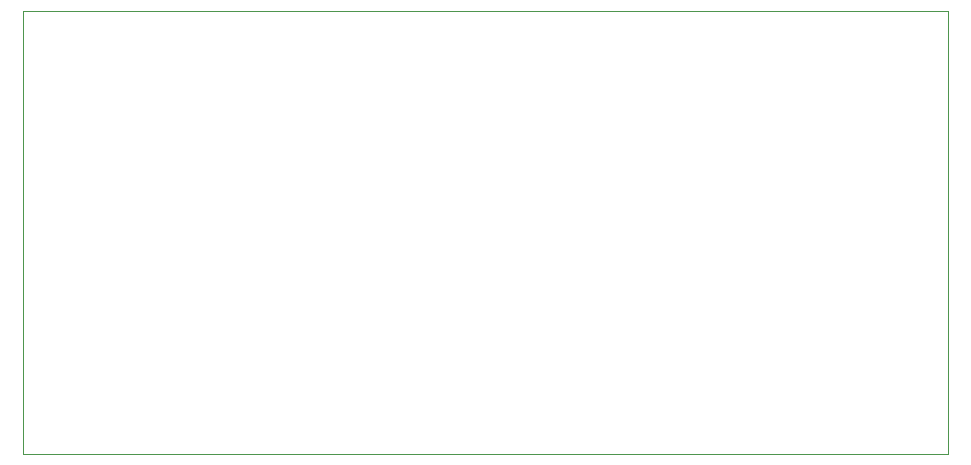
<source format=gm1>
%FSTAX23Y23*%
%MOIN*%
%SFA1B1*%

%IPPOS*%
%ADD38C,0.001000*%
%LNpcb1-1*%
%LPD*%
G54D38*
X00001Y00002D02*
X03084D01*
X00001Y01478D02*
X03084D01*
Y00002D02*
Y01478D01*
X00001Y00002D02*
Y01478D01*
M02*
</source>
